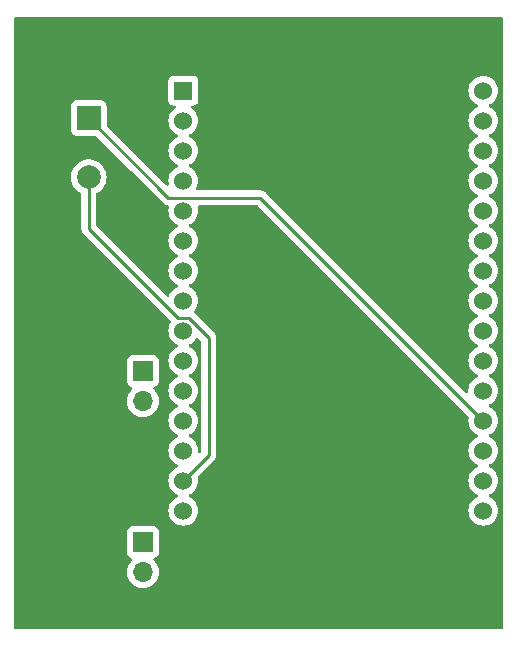
<source format=gbr>
%TF.GenerationSoftware,KiCad,Pcbnew,7.0.6-0*%
%TF.CreationDate,2023-10-04T12:05:51+01:00*%
%TF.ProjectId,NostrZapLamp,4e6f7374-725a-4617-904c-616d702e6b69,rev?*%
%TF.SameCoordinates,Original*%
%TF.FileFunction,Copper,L1,Top*%
%TF.FilePolarity,Positive*%
%FSLAX46Y46*%
G04 Gerber Fmt 4.6, Leading zero omitted, Abs format (unit mm)*
G04 Created by KiCad (PCBNEW 7.0.6-0) date 2023-10-04 12:05:51*
%MOMM*%
%LPD*%
G01*
G04 APERTURE LIST*
%TA.AperFunction,ComponentPad*%
%ADD10R,1.700000X1.700000*%
%TD*%
%TA.AperFunction,ComponentPad*%
%ADD11O,1.700000X1.700000*%
%TD*%
%TA.AperFunction,ComponentPad*%
%ADD12R,2.000000X2.000000*%
%TD*%
%TA.AperFunction,ComponentPad*%
%ADD13C,2.000000*%
%TD*%
%TA.AperFunction,ComponentPad*%
%ADD14R,1.524000X1.524000*%
%TD*%
%TA.AperFunction,ComponentPad*%
%ADD15C,1.524000*%
%TD*%
%TA.AperFunction,Conductor*%
%ADD16C,0.250000*%
%TD*%
G04 APERTURE END LIST*
D10*
%TO.P,J1,1,Pin_1*%
%TO.N,Net-(J1-Pin_1)*%
X119634000Y-113797000D03*
D11*
%TO.P,J1,2,Pin_2*%
%TO.N,Net-(BZ1-+)*%
X119634000Y-116337000D03*
%TD*%
D10*
%TO.P,J2,1,Pin_1*%
%TO.N,Net-(J2-Pin_1)*%
X119634000Y-99314000D03*
D11*
%TO.P,J2,2,Pin_2*%
%TO.N,Net-(J2-Pin_2)*%
X119634000Y-101854000D03*
%TD*%
D12*
%TO.P,BZ1,1,-*%
%TO.N,Net-(BZ1--)*%
X115062000Y-77893216D03*
D13*
%TO.P,BZ1,2,+*%
%TO.N,Net-(BZ1-+)*%
X115062000Y-82893216D03*
%TD*%
D14*
%TO.P,U1,1,EN*%
%TO.N,unconnected-(U1-EN-Pad1)*%
X123063000Y-75565000D03*
D15*
%TO.P,U1,2,SENSOR_VP*%
%TO.N,unconnected-(U1-SENSOR_VP-Pad2)*%
X123063000Y-78105000D03*
%TO.P,U1,3,SENSOR_VN*%
%TO.N,unconnected-(U1-SENSOR_VN-Pad3)*%
X123063000Y-80645000D03*
%TO.P,U1,4,IO34*%
%TO.N,unconnected-(U1-IO34-Pad4)*%
X123063000Y-83185000D03*
%TO.P,U1,5,IO35*%
%TO.N,unconnected-(U1-IO35-Pad5)*%
X123063000Y-85725000D03*
%TO.P,U1,6,IO32*%
%TO.N,unconnected-(U1-IO32-Pad6)*%
X123063000Y-88265000D03*
%TO.P,U1,7,IO33*%
%TO.N,unconnected-(U1-IO33-Pad7)*%
X123063000Y-90805000D03*
%TO.P,U1,8,IO25*%
%TO.N,unconnected-(U1-IO25-Pad8)*%
X123063000Y-93345000D03*
%TO.P,U1,9,IO26*%
%TO.N,unconnected-(U1-IO26-Pad9)*%
X123063000Y-95885000D03*
%TO.P,U1,10,IO27*%
%TO.N,unconnected-(U1-IO27-Pad10)*%
X123063000Y-98425000D03*
%TO.P,U1,11,IO14*%
%TO.N,unconnected-(U1-IO14-Pad11)*%
X123063000Y-100965000D03*
%TO.P,U1,12,IO12*%
%TO.N,unconnected-(U1-IO12-Pad12)*%
X123063000Y-103505000D03*
%TO.P,U1,13,IO13*%
%TO.N,Net-(J1-Pin_1)*%
X123063000Y-106045000D03*
%TO.P,U1,14,GND*%
%TO.N,Net-(BZ1-+)*%
X123063000Y-108585000D03*
%TO.P,U1,15,VIN*%
%TO.N,unconnected-(U1-VIN-Pad15)*%
X123063000Y-111125000D03*
%TO.P,U1,16,3V3*%
%TO.N,unconnected-(U1-3V3-Pad16)*%
X148463000Y-111125000D03*
%TO.P,U1,17,GND*%
%TO.N,Net-(J2-Pin_2)*%
X148463000Y-108585000D03*
%TO.P,U1,18,IO15*%
%TO.N,unconnected-(U1-IO15-Pad18)*%
X148463000Y-106045000D03*
%TO.P,U1,19,IO2*%
%TO.N,Net-(BZ1--)*%
X148463000Y-103505000D03*
%TO.P,U1,20,IO4*%
%TO.N,Net-(J2-Pin_1)*%
X148463000Y-100965000D03*
%TO.P,U1,21,IO16*%
%TO.N,unconnected-(U1-IO16-Pad21)*%
X148463000Y-98425000D03*
%TO.P,U1,22,IO17*%
%TO.N,unconnected-(U1-IO17-Pad22)*%
X148463000Y-95885000D03*
%TO.P,U1,23,IO5*%
%TO.N,unconnected-(U1-IO5-Pad23)*%
X148463000Y-93345000D03*
%TO.P,U1,24,IO18*%
%TO.N,unconnected-(U1-IO18-Pad24)*%
X148463000Y-90805000D03*
%TO.P,U1,25,IO19*%
%TO.N,unconnected-(U1-IO19-Pad25)*%
X148463000Y-88265000D03*
%TO.P,U1,26,IO21*%
%TO.N,unconnected-(U1-IO21-Pad26)*%
X148463000Y-85725000D03*
%TO.P,U1,27,RXD0/IO3*%
%TO.N,unconnected-(U1-RXD0{slash}IO3-Pad27)*%
X148463000Y-83185000D03*
%TO.P,U1,28,TXD0/IO1*%
%TO.N,unconnected-(U1-TXD0{slash}IO1-Pad28)*%
X148463000Y-80645000D03*
%TO.P,U1,29,IO22*%
%TO.N,unconnected-(U1-IO22-Pad29)*%
X148463000Y-78105000D03*
%TO.P,U1,30,IO23*%
%TO.N,unconnected-(U1-IO23-Pad30)*%
X148463000Y-75565000D03*
%TD*%
D16*
%TO.N,Net-(BZ1--)*%
X121806784Y-84638000D02*
X129596000Y-84638000D01*
X115062000Y-77893216D02*
X121806784Y-84638000D01*
X129596000Y-84638000D02*
X148463000Y-103505000D01*
%TO.N,Net-(BZ1-+)*%
X125222000Y-106426000D02*
X123063000Y-108585000D01*
X115062000Y-82893216D02*
X115062000Y-87247251D01*
X123513251Y-94798000D02*
X125222000Y-96506749D01*
X115062000Y-87247251D02*
X122612749Y-94798000D01*
X125222000Y-96506749D02*
X125222000Y-106426000D01*
X122612749Y-94798000D02*
X123513251Y-94798000D01*
%TD*%
%TA.AperFunction,NonConductor*%
G36*
X150057039Y-69361685D02*
G01*
X150102794Y-69414489D01*
X150114000Y-69466000D01*
X150114000Y-121034000D01*
X150094315Y-121101039D01*
X150041511Y-121146794D01*
X149990000Y-121158000D01*
X108836000Y-121158000D01*
X108768961Y-121138315D01*
X108723206Y-121085511D01*
X108712000Y-121034000D01*
X108712000Y-116337000D01*
X118278341Y-116337000D01*
X118298936Y-116572403D01*
X118298938Y-116572413D01*
X118360094Y-116800655D01*
X118360096Y-116800659D01*
X118360097Y-116800663D01*
X118459964Y-117014830D01*
X118459965Y-117014830D01*
X118459967Y-117014834D01*
X118568281Y-117169521D01*
X118595505Y-117208401D01*
X118762599Y-117375495D01*
X118859384Y-117443265D01*
X118956165Y-117511032D01*
X118956167Y-117511033D01*
X118956170Y-117511035D01*
X119170337Y-117610903D01*
X119398592Y-117672063D01*
X119586918Y-117688539D01*
X119633999Y-117692659D01*
X119634000Y-117692659D01*
X119634001Y-117692659D01*
X119673234Y-117689226D01*
X119869408Y-117672063D01*
X120097663Y-117610903D01*
X120311830Y-117511035D01*
X120505401Y-117375495D01*
X120672495Y-117208401D01*
X120808035Y-117014830D01*
X120907903Y-116800663D01*
X120969063Y-116572408D01*
X120989659Y-116337000D01*
X120969063Y-116101592D01*
X120907903Y-115873337D01*
X120808035Y-115659171D01*
X120672495Y-115465599D01*
X120550567Y-115343671D01*
X120517084Y-115282351D01*
X120522068Y-115212659D01*
X120563939Y-115156725D01*
X120594915Y-115139810D01*
X120726331Y-115090796D01*
X120841546Y-115004546D01*
X120927796Y-114889331D01*
X120978091Y-114754483D01*
X120984500Y-114694873D01*
X120984499Y-112899128D01*
X120978091Y-112839517D01*
X120927796Y-112704669D01*
X120927795Y-112704668D01*
X120927793Y-112704664D01*
X120841547Y-112589455D01*
X120841544Y-112589452D01*
X120726335Y-112503206D01*
X120726328Y-112503202D01*
X120591482Y-112452908D01*
X120591483Y-112452908D01*
X120531883Y-112446501D01*
X120531881Y-112446500D01*
X120531873Y-112446500D01*
X120531864Y-112446500D01*
X118736129Y-112446500D01*
X118736123Y-112446501D01*
X118676516Y-112452908D01*
X118541671Y-112503202D01*
X118541664Y-112503206D01*
X118426455Y-112589452D01*
X118426452Y-112589455D01*
X118340206Y-112704664D01*
X118340202Y-112704671D01*
X118289908Y-112839517D01*
X118283501Y-112899116D01*
X118283501Y-112899123D01*
X118283500Y-112899135D01*
X118283500Y-114694870D01*
X118283501Y-114694876D01*
X118289908Y-114754483D01*
X118340202Y-114889328D01*
X118340206Y-114889335D01*
X118426452Y-115004544D01*
X118426455Y-115004547D01*
X118541664Y-115090793D01*
X118541671Y-115090797D01*
X118673081Y-115139810D01*
X118729015Y-115181681D01*
X118753432Y-115247145D01*
X118738580Y-115315418D01*
X118717430Y-115343673D01*
X118595503Y-115465600D01*
X118459965Y-115659169D01*
X118459964Y-115659171D01*
X118360098Y-115873335D01*
X118360094Y-115873344D01*
X118298938Y-116101586D01*
X118298936Y-116101596D01*
X118278341Y-116336999D01*
X118278341Y-116337000D01*
X108712000Y-116337000D01*
X108712000Y-101854000D01*
X118278341Y-101854000D01*
X118298936Y-102089403D01*
X118298938Y-102089413D01*
X118360094Y-102317655D01*
X118360096Y-102317659D01*
X118360097Y-102317663D01*
X118401973Y-102407466D01*
X118459965Y-102531830D01*
X118459967Y-102531834D01*
X118568281Y-102686521D01*
X118595505Y-102725401D01*
X118762599Y-102892495D01*
X118859384Y-102960265D01*
X118956165Y-103028032D01*
X118956167Y-103028033D01*
X118956170Y-103028035D01*
X119170337Y-103127903D01*
X119398592Y-103189063D01*
X119586918Y-103205539D01*
X119633999Y-103209659D01*
X119634000Y-103209659D01*
X119634001Y-103209659D01*
X119673234Y-103206226D01*
X119869408Y-103189063D01*
X120097663Y-103127903D01*
X120311830Y-103028035D01*
X120505401Y-102892495D01*
X120672495Y-102725401D01*
X120808035Y-102531830D01*
X120907903Y-102317663D01*
X120969063Y-102089408D01*
X120989659Y-101854000D01*
X120969063Y-101618592D01*
X120907903Y-101390337D01*
X120808035Y-101176171D01*
X120798213Y-101162144D01*
X120672496Y-100982600D01*
X120654893Y-100964997D01*
X120550567Y-100860671D01*
X120517084Y-100799351D01*
X120522068Y-100729659D01*
X120563939Y-100673725D01*
X120594915Y-100656810D01*
X120726331Y-100607796D01*
X120841546Y-100521546D01*
X120927796Y-100406331D01*
X120978091Y-100271483D01*
X120984500Y-100211873D01*
X120984499Y-98416128D01*
X120978091Y-98356517D01*
X120927796Y-98221669D01*
X120927795Y-98221668D01*
X120927793Y-98221664D01*
X120841547Y-98106455D01*
X120841544Y-98106452D01*
X120726335Y-98020206D01*
X120726328Y-98020202D01*
X120591482Y-97969908D01*
X120591483Y-97969908D01*
X120531883Y-97963501D01*
X120531881Y-97963500D01*
X120531873Y-97963500D01*
X120531864Y-97963500D01*
X118736129Y-97963500D01*
X118736123Y-97963501D01*
X118676516Y-97969908D01*
X118541671Y-98020202D01*
X118541664Y-98020206D01*
X118426455Y-98106452D01*
X118426452Y-98106455D01*
X118340206Y-98221664D01*
X118340202Y-98221671D01*
X118289908Y-98356517D01*
X118283501Y-98416116D01*
X118283501Y-98416123D01*
X118283500Y-98416135D01*
X118283500Y-100211870D01*
X118283501Y-100211876D01*
X118289908Y-100271483D01*
X118340202Y-100406328D01*
X118340206Y-100406335D01*
X118426452Y-100521544D01*
X118426455Y-100521547D01*
X118541664Y-100607793D01*
X118541671Y-100607797D01*
X118673081Y-100656810D01*
X118729015Y-100698681D01*
X118753432Y-100764145D01*
X118738580Y-100832418D01*
X118717430Y-100860673D01*
X118595503Y-100982600D01*
X118459965Y-101176169D01*
X118459964Y-101176171D01*
X118360098Y-101390335D01*
X118360094Y-101390344D01*
X118298938Y-101618586D01*
X118298936Y-101618596D01*
X118278341Y-101853999D01*
X118278341Y-101854000D01*
X108712000Y-101854000D01*
X108712000Y-82893221D01*
X113556357Y-82893221D01*
X113576890Y-83141028D01*
X113576892Y-83141040D01*
X113637936Y-83382097D01*
X113737826Y-83609822D01*
X113873833Y-83817998D01*
X113873836Y-83818001D01*
X114042256Y-84000954D01*
X114238491Y-84153690D01*
X114371517Y-84225680D01*
X114421107Y-84274900D01*
X114436499Y-84334735D01*
X114436499Y-87164506D01*
X114434776Y-87180123D01*
X114435061Y-87180150D01*
X114434326Y-87187916D01*
X114436500Y-87257065D01*
X114436500Y-87286594D01*
X114436501Y-87286611D01*
X114437368Y-87293482D01*
X114437826Y-87299301D01*
X114439290Y-87345875D01*
X114439291Y-87345878D01*
X114444880Y-87365118D01*
X114448824Y-87384162D01*
X114451336Y-87404042D01*
X114468490Y-87447370D01*
X114470382Y-87452898D01*
X114483381Y-87497639D01*
X114493580Y-87514885D01*
X114502138Y-87532354D01*
X114509514Y-87550983D01*
X114536898Y-87588674D01*
X114540106Y-87593558D01*
X114563827Y-87633667D01*
X114563833Y-87633675D01*
X114577990Y-87647831D01*
X114590628Y-87662627D01*
X114602405Y-87678837D01*
X114602406Y-87678838D01*
X114638309Y-87708539D01*
X114642620Y-87712461D01*
X118368821Y-91438662D01*
X121980862Y-95050703D01*
X122014347Y-95112026D01*
X122009363Y-95181718D01*
X121994756Y-95209507D01*
X121965468Y-95251335D01*
X121872107Y-95451548D01*
X121872104Y-95451554D01*
X121814930Y-95664929D01*
X121814929Y-95664937D01*
X121795677Y-95884997D01*
X121795677Y-95885002D01*
X121814929Y-96105062D01*
X121814930Y-96105070D01*
X121872104Y-96318445D01*
X121872105Y-96318447D01*
X121872106Y-96318450D01*
X121937001Y-96457618D01*
X121965466Y-96518662D01*
X121965468Y-96518666D01*
X122092170Y-96699615D01*
X122092175Y-96699621D01*
X122248378Y-96855824D01*
X122248384Y-96855829D01*
X122429333Y-96982531D01*
X122429335Y-96982532D01*
X122429338Y-96982534D01*
X122548748Y-97038215D01*
X122558189Y-97042618D01*
X122610628Y-97088790D01*
X122629780Y-97155984D01*
X122609564Y-97222865D01*
X122558189Y-97267382D01*
X122429340Y-97327465D01*
X122429338Y-97327466D01*
X122248377Y-97454175D01*
X122092175Y-97610377D01*
X121965466Y-97791338D01*
X121965465Y-97791340D01*
X121872107Y-97991548D01*
X121872104Y-97991554D01*
X121814930Y-98204929D01*
X121814929Y-98204937D01*
X121795677Y-98424997D01*
X121795677Y-98425002D01*
X121814929Y-98645062D01*
X121814930Y-98645070D01*
X121872104Y-98858445D01*
X121872105Y-98858447D01*
X121872106Y-98858450D01*
X121965465Y-99058662D01*
X121965466Y-99058662D01*
X121965468Y-99058666D01*
X122092170Y-99239615D01*
X122092175Y-99239621D01*
X122248378Y-99395824D01*
X122248384Y-99395829D01*
X122429333Y-99522531D01*
X122429335Y-99522532D01*
X122429338Y-99522534D01*
X122548748Y-99578215D01*
X122558189Y-99582618D01*
X122610628Y-99628790D01*
X122629780Y-99695984D01*
X122609564Y-99762865D01*
X122558189Y-99807382D01*
X122429340Y-99867465D01*
X122429338Y-99867466D01*
X122248377Y-99994175D01*
X122092175Y-100150377D01*
X121965466Y-100331338D01*
X121965465Y-100331340D01*
X121882572Y-100509103D01*
X121876771Y-100521547D01*
X121872107Y-100531548D01*
X121872104Y-100531554D01*
X121814930Y-100744929D01*
X121814929Y-100744937D01*
X121795677Y-100964997D01*
X121795677Y-100965002D01*
X121814929Y-101185062D01*
X121814930Y-101185070D01*
X121872104Y-101398445D01*
X121872105Y-101398447D01*
X121872106Y-101398450D01*
X121965465Y-101598662D01*
X121965466Y-101598662D01*
X121965468Y-101598666D01*
X122092170Y-101779615D01*
X122092175Y-101779621D01*
X122248378Y-101935824D01*
X122248384Y-101935829D01*
X122429333Y-102062531D01*
X122429335Y-102062532D01*
X122429338Y-102062534D01*
X122548748Y-102118215D01*
X122558189Y-102122618D01*
X122610628Y-102168790D01*
X122629780Y-102235984D01*
X122609564Y-102302865D01*
X122558189Y-102347382D01*
X122429340Y-102407465D01*
X122429338Y-102407466D01*
X122248377Y-102534175D01*
X122092175Y-102690377D01*
X121965466Y-102871338D01*
X121965465Y-102871340D01*
X121872107Y-103071548D01*
X121872104Y-103071554D01*
X121814930Y-103284929D01*
X121814929Y-103284937D01*
X121795677Y-103504997D01*
X121795677Y-103505002D01*
X121814929Y-103725062D01*
X121814930Y-103725070D01*
X121872104Y-103938445D01*
X121872105Y-103938447D01*
X121872106Y-103938450D01*
X121965465Y-104138662D01*
X121965466Y-104138662D01*
X121965468Y-104138666D01*
X122092170Y-104319615D01*
X122092175Y-104319621D01*
X122248378Y-104475824D01*
X122248384Y-104475829D01*
X122429333Y-104602531D01*
X122429335Y-104602532D01*
X122429338Y-104602534D01*
X122548748Y-104658215D01*
X122558189Y-104662618D01*
X122610628Y-104708790D01*
X122629780Y-104775984D01*
X122609564Y-104842865D01*
X122558189Y-104887382D01*
X122429340Y-104947465D01*
X122429338Y-104947466D01*
X122248377Y-105074175D01*
X122092175Y-105230377D01*
X121965466Y-105411338D01*
X121965465Y-105411340D01*
X121872107Y-105611548D01*
X121872104Y-105611554D01*
X121814930Y-105824929D01*
X121814929Y-105824937D01*
X121795677Y-106044997D01*
X121795677Y-106045002D01*
X121814929Y-106265062D01*
X121814930Y-106265070D01*
X121872104Y-106478445D01*
X121872105Y-106478447D01*
X121872106Y-106478450D01*
X121965465Y-106678661D01*
X121965466Y-106678662D01*
X121965468Y-106678666D01*
X122092170Y-106859615D01*
X122092175Y-106859621D01*
X122248378Y-107015824D01*
X122248384Y-107015829D01*
X122429333Y-107142531D01*
X122429335Y-107142532D01*
X122429338Y-107142534D01*
X122548748Y-107198215D01*
X122558189Y-107202618D01*
X122610628Y-107248790D01*
X122629780Y-107315984D01*
X122609564Y-107382865D01*
X122558189Y-107427382D01*
X122429340Y-107487465D01*
X122429338Y-107487466D01*
X122248377Y-107614175D01*
X122092175Y-107770377D01*
X121965466Y-107951338D01*
X121965465Y-107951340D01*
X121872107Y-108151548D01*
X121872104Y-108151554D01*
X121814930Y-108364929D01*
X121814929Y-108364937D01*
X121795677Y-108584997D01*
X121795677Y-108585002D01*
X121814929Y-108805062D01*
X121814930Y-108805070D01*
X121872104Y-109018445D01*
X121872105Y-109018447D01*
X121872106Y-109018450D01*
X121965465Y-109218662D01*
X121965466Y-109218662D01*
X121965468Y-109218666D01*
X122092170Y-109399615D01*
X122092175Y-109399621D01*
X122248378Y-109555824D01*
X122248384Y-109555829D01*
X122429333Y-109682531D01*
X122429335Y-109682532D01*
X122429338Y-109682534D01*
X122548748Y-109738215D01*
X122558189Y-109742618D01*
X122610628Y-109788790D01*
X122629780Y-109855984D01*
X122609564Y-109922865D01*
X122558189Y-109967382D01*
X122429340Y-110027465D01*
X122429338Y-110027466D01*
X122248377Y-110154175D01*
X122092175Y-110310377D01*
X121965466Y-110491338D01*
X121965465Y-110491340D01*
X121872107Y-110691548D01*
X121872104Y-110691554D01*
X121814930Y-110904929D01*
X121814929Y-110904937D01*
X121795677Y-111124997D01*
X121795677Y-111125002D01*
X121814929Y-111345062D01*
X121814930Y-111345070D01*
X121872104Y-111558445D01*
X121872105Y-111558447D01*
X121872106Y-111558450D01*
X121965465Y-111758662D01*
X121965466Y-111758662D01*
X121965468Y-111758666D01*
X122092170Y-111939615D01*
X122092175Y-111939621D01*
X122248378Y-112095824D01*
X122248384Y-112095829D01*
X122429333Y-112222531D01*
X122429335Y-112222532D01*
X122429338Y-112222534D01*
X122629550Y-112315894D01*
X122842932Y-112373070D01*
X123000123Y-112386822D01*
X123062998Y-112392323D01*
X123063000Y-112392323D01*
X123063002Y-112392323D01*
X123118017Y-112387509D01*
X123283068Y-112373070D01*
X123496450Y-112315894D01*
X123696662Y-112222534D01*
X123877620Y-112095826D01*
X124033826Y-111939620D01*
X124160534Y-111758662D01*
X124253894Y-111558450D01*
X124311070Y-111345068D01*
X124330323Y-111125000D01*
X124311070Y-110904932D01*
X124253894Y-110691550D01*
X124160534Y-110491339D01*
X124033826Y-110310380D01*
X123877620Y-110154174D01*
X123877616Y-110154171D01*
X123877615Y-110154170D01*
X123696666Y-110027468D01*
X123696658Y-110027464D01*
X123567811Y-109967382D01*
X123515371Y-109921210D01*
X123496219Y-109854017D01*
X123516435Y-109787135D01*
X123567811Y-109742618D01*
X123573802Y-109739824D01*
X123696662Y-109682534D01*
X123877620Y-109555826D01*
X124033826Y-109399620D01*
X124160534Y-109218662D01*
X124253894Y-109018450D01*
X124311070Y-108805068D01*
X124330323Y-108585000D01*
X124311070Y-108364932D01*
X124299292Y-108320976D01*
X124300955Y-108251128D01*
X124331384Y-108201205D01*
X125605788Y-106926801D01*
X125618042Y-106916986D01*
X125617859Y-106916764D01*
X125623866Y-106911792D01*
X125623877Y-106911786D01*
X125654775Y-106878882D01*
X125671227Y-106861364D01*
X125681671Y-106850918D01*
X125692120Y-106840471D01*
X125696379Y-106834978D01*
X125700152Y-106830561D01*
X125732062Y-106796582D01*
X125741713Y-106779024D01*
X125752396Y-106762761D01*
X125764673Y-106746936D01*
X125783185Y-106704153D01*
X125785738Y-106698941D01*
X125808197Y-106658092D01*
X125813180Y-106638680D01*
X125819481Y-106620280D01*
X125827437Y-106601896D01*
X125834729Y-106555852D01*
X125835906Y-106550171D01*
X125847500Y-106505019D01*
X125847500Y-106484982D01*
X125849027Y-106465582D01*
X125852160Y-106445804D01*
X125847775Y-106399415D01*
X125847500Y-106393577D01*
X125847500Y-96589491D01*
X125849224Y-96573871D01*
X125848939Y-96573845D01*
X125849671Y-96566089D01*
X125849673Y-96566082D01*
X125847500Y-96496934D01*
X125847500Y-96467399D01*
X125846631Y-96460521D01*
X125846172Y-96454692D01*
X125844709Y-96408121D01*
X125839122Y-96388893D01*
X125835174Y-96369833D01*
X125832663Y-96349953D01*
X125815512Y-96306636D01*
X125813619Y-96301107D01*
X125800618Y-96256358D01*
X125800616Y-96256355D01*
X125790423Y-96239120D01*
X125781861Y-96221643D01*
X125774487Y-96203019D01*
X125774486Y-96203017D01*
X125747079Y-96165294D01*
X125743888Y-96160435D01*
X125720172Y-96120332D01*
X125720165Y-96120323D01*
X125706006Y-96106164D01*
X125693368Y-96091368D01*
X125681594Y-96075162D01*
X125645688Y-96045458D01*
X125641376Y-96041535D01*
X124014054Y-94414212D01*
X124004231Y-94401950D01*
X124004010Y-94402134D01*
X123999038Y-94396123D01*
X123988288Y-94386029D01*
X123952893Y-94325788D01*
X123955685Y-94255974D01*
X123985489Y-94207955D01*
X124033826Y-94159620D01*
X124160534Y-93978662D01*
X124253894Y-93778450D01*
X124311070Y-93565068D01*
X124330323Y-93345000D01*
X124311070Y-93124932D01*
X124253894Y-92911550D01*
X124160534Y-92711339D01*
X124033826Y-92530380D01*
X123877620Y-92374174D01*
X123877616Y-92374171D01*
X123877615Y-92374170D01*
X123696666Y-92247468D01*
X123696658Y-92247464D01*
X123567811Y-92187382D01*
X123515371Y-92141210D01*
X123496219Y-92074017D01*
X123516435Y-92007135D01*
X123567811Y-91962618D01*
X123573802Y-91959824D01*
X123696662Y-91902534D01*
X123877620Y-91775826D01*
X124033826Y-91619620D01*
X124160534Y-91438662D01*
X124253894Y-91238450D01*
X124311070Y-91025068D01*
X124330323Y-90805000D01*
X124311070Y-90584932D01*
X124253894Y-90371550D01*
X124160534Y-90171339D01*
X124033826Y-89990380D01*
X123877620Y-89834174D01*
X123877616Y-89834171D01*
X123877615Y-89834170D01*
X123696666Y-89707468D01*
X123696658Y-89707464D01*
X123567811Y-89647382D01*
X123515371Y-89601210D01*
X123496219Y-89534017D01*
X123516435Y-89467135D01*
X123567811Y-89422618D01*
X123573802Y-89419824D01*
X123696662Y-89362534D01*
X123877620Y-89235826D01*
X124033826Y-89079620D01*
X124160534Y-88898662D01*
X124253894Y-88698450D01*
X124311070Y-88485068D01*
X124330323Y-88265000D01*
X124311070Y-88044932D01*
X124253894Y-87831550D01*
X124160534Y-87631339D01*
X124033826Y-87450380D01*
X123877620Y-87294174D01*
X123877616Y-87294171D01*
X123877615Y-87294170D01*
X123696666Y-87167468D01*
X123696658Y-87167464D01*
X123567811Y-87107382D01*
X123515371Y-87061210D01*
X123496219Y-86994017D01*
X123516435Y-86927135D01*
X123567811Y-86882618D01*
X123573802Y-86879824D01*
X123696662Y-86822534D01*
X123877620Y-86695826D01*
X124033826Y-86539620D01*
X124160534Y-86358662D01*
X124253894Y-86158450D01*
X124311070Y-85945068D01*
X124330323Y-85725000D01*
X124311070Y-85504932D01*
X124288203Y-85419592D01*
X124289866Y-85349744D01*
X124329028Y-85291881D01*
X124393256Y-85264377D01*
X124407978Y-85263500D01*
X129285548Y-85263500D01*
X129352587Y-85283185D01*
X129373229Y-85299819D01*
X147194613Y-103121204D01*
X147228098Y-103182527D01*
X147226707Y-103240977D01*
X147214931Y-103284926D01*
X147214930Y-103284933D01*
X147195677Y-103504997D01*
X147195677Y-103505002D01*
X147214929Y-103725062D01*
X147214930Y-103725070D01*
X147272104Y-103938445D01*
X147272105Y-103938447D01*
X147272106Y-103938450D01*
X147365465Y-104138661D01*
X147365466Y-104138662D01*
X147365468Y-104138666D01*
X147492170Y-104319615D01*
X147492175Y-104319621D01*
X147648378Y-104475824D01*
X147648384Y-104475829D01*
X147829333Y-104602531D01*
X147829335Y-104602532D01*
X147829338Y-104602534D01*
X147948748Y-104658215D01*
X147958189Y-104662618D01*
X148010628Y-104708790D01*
X148029780Y-104775984D01*
X148009564Y-104842865D01*
X147958189Y-104887382D01*
X147829340Y-104947465D01*
X147829338Y-104947466D01*
X147648377Y-105074175D01*
X147492175Y-105230377D01*
X147365466Y-105411338D01*
X147365465Y-105411340D01*
X147272107Y-105611548D01*
X147272104Y-105611554D01*
X147214930Y-105824929D01*
X147214929Y-105824937D01*
X147195677Y-106044997D01*
X147195677Y-106045002D01*
X147214929Y-106265062D01*
X147214930Y-106265070D01*
X147272104Y-106478445D01*
X147272105Y-106478447D01*
X147272106Y-106478450D01*
X147365465Y-106678661D01*
X147365466Y-106678662D01*
X147365468Y-106678666D01*
X147492170Y-106859615D01*
X147492175Y-106859621D01*
X147648378Y-107015824D01*
X147648384Y-107015829D01*
X147829333Y-107142531D01*
X147829335Y-107142532D01*
X147829338Y-107142534D01*
X147948748Y-107198215D01*
X147958189Y-107202618D01*
X148010628Y-107248790D01*
X148029780Y-107315984D01*
X148009564Y-107382865D01*
X147958189Y-107427382D01*
X147829340Y-107487465D01*
X147829338Y-107487466D01*
X147648377Y-107614175D01*
X147492175Y-107770377D01*
X147365466Y-107951338D01*
X147365465Y-107951340D01*
X147272107Y-108151548D01*
X147272104Y-108151554D01*
X147214930Y-108364929D01*
X147214929Y-108364937D01*
X147195677Y-108584997D01*
X147195677Y-108585002D01*
X147214929Y-108805062D01*
X147214930Y-108805070D01*
X147272104Y-109018445D01*
X147272105Y-109018447D01*
X147272106Y-109018450D01*
X147365465Y-109218662D01*
X147365466Y-109218662D01*
X147365468Y-109218666D01*
X147492170Y-109399615D01*
X147492175Y-109399621D01*
X147648378Y-109555824D01*
X147648384Y-109555829D01*
X147829333Y-109682531D01*
X147829335Y-109682532D01*
X147829338Y-109682534D01*
X147948748Y-109738215D01*
X147958189Y-109742618D01*
X148010628Y-109788790D01*
X148029780Y-109855984D01*
X148009564Y-109922865D01*
X147958189Y-109967382D01*
X147829340Y-110027465D01*
X147829338Y-110027466D01*
X147648377Y-110154175D01*
X147492175Y-110310377D01*
X147365466Y-110491338D01*
X147365465Y-110491340D01*
X147272107Y-110691548D01*
X147272104Y-110691554D01*
X147214930Y-110904929D01*
X147214929Y-110904937D01*
X147195677Y-111124997D01*
X147195677Y-111125002D01*
X147214929Y-111345062D01*
X147214930Y-111345070D01*
X147272104Y-111558445D01*
X147272105Y-111558447D01*
X147272106Y-111558450D01*
X147365465Y-111758661D01*
X147365466Y-111758662D01*
X147365468Y-111758666D01*
X147492170Y-111939615D01*
X147492175Y-111939621D01*
X147648378Y-112095824D01*
X147648384Y-112095829D01*
X147829333Y-112222531D01*
X147829335Y-112222532D01*
X147829338Y-112222534D01*
X148029550Y-112315894D01*
X148242932Y-112373070D01*
X148400123Y-112386822D01*
X148462998Y-112392323D01*
X148463000Y-112392323D01*
X148463002Y-112392323D01*
X148518017Y-112387509D01*
X148683068Y-112373070D01*
X148896450Y-112315894D01*
X149096662Y-112222534D01*
X149277620Y-112095826D01*
X149433826Y-111939620D01*
X149560534Y-111758662D01*
X149653894Y-111558450D01*
X149711070Y-111345068D01*
X149730323Y-111125000D01*
X149711070Y-110904932D01*
X149653894Y-110691550D01*
X149560534Y-110491339D01*
X149433826Y-110310380D01*
X149277620Y-110154174D01*
X149277616Y-110154171D01*
X149277615Y-110154170D01*
X149096666Y-110027468D01*
X149096658Y-110027464D01*
X148967811Y-109967382D01*
X148915371Y-109921210D01*
X148896219Y-109854017D01*
X148916435Y-109787135D01*
X148967811Y-109742618D01*
X148973802Y-109739824D01*
X149096662Y-109682534D01*
X149277620Y-109555826D01*
X149433826Y-109399620D01*
X149560534Y-109218662D01*
X149653894Y-109018450D01*
X149711070Y-108805068D01*
X149730323Y-108585000D01*
X149711070Y-108364932D01*
X149653894Y-108151550D01*
X149560534Y-107951339D01*
X149433826Y-107770380D01*
X149277620Y-107614174D01*
X149277616Y-107614171D01*
X149277615Y-107614170D01*
X149096666Y-107487468D01*
X149096658Y-107487464D01*
X148967811Y-107427382D01*
X148915371Y-107381210D01*
X148896219Y-107314017D01*
X148916435Y-107247135D01*
X148967811Y-107202618D01*
X148973802Y-107199824D01*
X149096662Y-107142534D01*
X149277620Y-107015826D01*
X149433826Y-106859620D01*
X149560534Y-106678662D01*
X149653894Y-106478450D01*
X149711070Y-106265068D01*
X149730323Y-106045000D01*
X149711070Y-105824932D01*
X149653894Y-105611550D01*
X149560534Y-105411339D01*
X149433826Y-105230380D01*
X149277620Y-105074174D01*
X149277616Y-105074171D01*
X149277615Y-105074170D01*
X149096666Y-104947468D01*
X149096658Y-104947464D01*
X148967811Y-104887382D01*
X148915371Y-104841210D01*
X148896219Y-104774017D01*
X148916435Y-104707135D01*
X148967811Y-104662618D01*
X148973802Y-104659824D01*
X149096662Y-104602534D01*
X149277620Y-104475826D01*
X149433826Y-104319620D01*
X149560534Y-104138662D01*
X149653894Y-103938450D01*
X149711070Y-103725068D01*
X149730323Y-103505000D01*
X149711070Y-103284932D01*
X149653894Y-103071550D01*
X149560534Y-102871339D01*
X149433826Y-102690380D01*
X149277620Y-102534174D01*
X149277616Y-102534171D01*
X149277615Y-102534170D01*
X149096666Y-102407468D01*
X149096658Y-102407464D01*
X148967811Y-102347382D01*
X148915371Y-102301210D01*
X148896219Y-102234017D01*
X148916435Y-102167135D01*
X148967811Y-102122618D01*
X148973802Y-102119824D01*
X149096662Y-102062534D01*
X149277620Y-101935826D01*
X149433826Y-101779620D01*
X149560534Y-101598662D01*
X149653894Y-101398450D01*
X149711070Y-101185068D01*
X149730323Y-100965000D01*
X149711070Y-100744932D01*
X149653894Y-100531550D01*
X149560534Y-100331339D01*
X149476883Y-100211872D01*
X149433827Y-100150381D01*
X149433823Y-100150377D01*
X149277620Y-99994174D01*
X149277616Y-99994171D01*
X149277615Y-99994170D01*
X149096666Y-99867468D01*
X149096658Y-99867464D01*
X148967811Y-99807382D01*
X148915371Y-99761210D01*
X148896219Y-99694017D01*
X148916435Y-99627135D01*
X148967811Y-99582618D01*
X148973802Y-99579824D01*
X149096662Y-99522534D01*
X149277620Y-99395826D01*
X149433826Y-99239620D01*
X149560534Y-99058662D01*
X149653894Y-98858450D01*
X149711070Y-98645068D01*
X149730323Y-98425000D01*
X149729547Y-98416135D01*
X149712534Y-98221669D01*
X149711070Y-98204932D01*
X149653894Y-97991550D01*
X149560534Y-97791339D01*
X149433826Y-97610380D01*
X149277620Y-97454174D01*
X149277616Y-97454171D01*
X149277615Y-97454170D01*
X149096666Y-97327468D01*
X149096658Y-97327464D01*
X148967811Y-97267382D01*
X148915371Y-97221210D01*
X148896219Y-97154017D01*
X148916435Y-97087135D01*
X148967811Y-97042618D01*
X148973802Y-97039824D01*
X149096662Y-96982534D01*
X149277620Y-96855826D01*
X149433826Y-96699620D01*
X149560534Y-96518662D01*
X149653894Y-96318450D01*
X149711070Y-96105068D01*
X149730323Y-95885000D01*
X149711070Y-95664932D01*
X149653894Y-95451550D01*
X149560534Y-95251339D01*
X149433826Y-95070380D01*
X149277620Y-94914174D01*
X149277616Y-94914171D01*
X149277615Y-94914170D01*
X149096666Y-94787468D01*
X149096658Y-94787464D01*
X148967811Y-94727382D01*
X148915371Y-94681210D01*
X148896219Y-94614017D01*
X148916435Y-94547135D01*
X148967811Y-94502618D01*
X148973802Y-94499824D01*
X149096662Y-94442534D01*
X149277620Y-94315826D01*
X149433826Y-94159620D01*
X149560534Y-93978662D01*
X149653894Y-93778450D01*
X149711070Y-93565068D01*
X149730323Y-93345000D01*
X149711070Y-93124932D01*
X149653894Y-92911550D01*
X149560534Y-92711339D01*
X149433826Y-92530380D01*
X149277620Y-92374174D01*
X149277616Y-92374171D01*
X149277615Y-92374170D01*
X149096666Y-92247468D01*
X149096658Y-92247464D01*
X148967811Y-92187382D01*
X148915371Y-92141210D01*
X148896219Y-92074017D01*
X148916435Y-92007135D01*
X148967811Y-91962618D01*
X148973802Y-91959824D01*
X149096662Y-91902534D01*
X149277620Y-91775826D01*
X149433826Y-91619620D01*
X149560534Y-91438662D01*
X149653894Y-91238450D01*
X149711070Y-91025068D01*
X149730323Y-90805000D01*
X149711070Y-90584932D01*
X149653894Y-90371550D01*
X149560534Y-90171339D01*
X149433826Y-89990380D01*
X149277620Y-89834174D01*
X149277616Y-89834171D01*
X149277615Y-89834170D01*
X149096666Y-89707468D01*
X149096658Y-89707464D01*
X148967811Y-89647382D01*
X148915371Y-89601210D01*
X148896219Y-89534017D01*
X148916435Y-89467135D01*
X148967811Y-89422618D01*
X148973802Y-89419824D01*
X149096662Y-89362534D01*
X149277620Y-89235826D01*
X149433826Y-89079620D01*
X149560534Y-88898662D01*
X149653894Y-88698450D01*
X149711070Y-88485068D01*
X149730323Y-88265000D01*
X149711070Y-88044932D01*
X149653894Y-87831550D01*
X149560534Y-87631339D01*
X149433826Y-87450380D01*
X149277620Y-87294174D01*
X149277616Y-87294171D01*
X149277615Y-87294170D01*
X149096666Y-87167468D01*
X149096658Y-87167464D01*
X148967811Y-87107382D01*
X148915371Y-87061210D01*
X148896219Y-86994017D01*
X148916435Y-86927135D01*
X148967811Y-86882618D01*
X148973802Y-86879824D01*
X149096662Y-86822534D01*
X149277620Y-86695826D01*
X149433826Y-86539620D01*
X149560534Y-86358662D01*
X149653894Y-86158450D01*
X149711070Y-85945068D01*
X149730323Y-85725000D01*
X149711070Y-85504932D01*
X149653894Y-85291550D01*
X149560534Y-85091339D01*
X149433826Y-84910380D01*
X149277620Y-84754174D01*
X149277616Y-84754171D01*
X149277615Y-84754170D01*
X149096666Y-84627468D01*
X149096658Y-84627464D01*
X148967811Y-84567382D01*
X148915371Y-84521210D01*
X148896219Y-84454017D01*
X148916435Y-84387135D01*
X148967811Y-84342618D01*
X148984716Y-84334735D01*
X149096662Y-84282534D01*
X149277620Y-84155826D01*
X149433826Y-83999620D01*
X149560534Y-83818662D01*
X149653894Y-83618450D01*
X149711070Y-83405068D01*
X149730323Y-83185000D01*
X149711070Y-82964932D01*
X149653894Y-82751550D01*
X149560534Y-82551339D01*
X149497180Y-82460859D01*
X149433827Y-82370381D01*
X149433823Y-82370377D01*
X149277620Y-82214174D01*
X149277616Y-82214171D01*
X149277615Y-82214170D01*
X149096666Y-82087468D01*
X149096658Y-82087464D01*
X148967811Y-82027382D01*
X148915371Y-81981210D01*
X148896219Y-81914017D01*
X148916435Y-81847135D01*
X148967811Y-81802618D01*
X148973802Y-81799824D01*
X149096662Y-81742534D01*
X149277620Y-81615826D01*
X149433826Y-81459620D01*
X149560534Y-81278662D01*
X149653894Y-81078450D01*
X149711070Y-80865068D01*
X149730323Y-80645000D01*
X149711070Y-80424932D01*
X149653894Y-80211550D01*
X149560534Y-80011339D01*
X149433826Y-79830380D01*
X149277620Y-79674174D01*
X149277616Y-79674171D01*
X149277615Y-79674170D01*
X149096666Y-79547468D01*
X149096658Y-79547464D01*
X148967811Y-79487382D01*
X148915371Y-79441210D01*
X148896219Y-79374017D01*
X148916435Y-79307135D01*
X148967811Y-79262618D01*
X148993236Y-79250762D01*
X149096662Y-79202534D01*
X149277620Y-79075826D01*
X149433826Y-78919620D01*
X149560534Y-78738662D01*
X149653894Y-78538450D01*
X149711070Y-78325068D01*
X149730323Y-78105000D01*
X149711070Y-77884932D01*
X149653894Y-77671550D01*
X149560534Y-77471339D01*
X149433826Y-77290380D01*
X149277620Y-77134174D01*
X149277616Y-77134171D01*
X149277615Y-77134170D01*
X149096666Y-77007468D01*
X149096658Y-77007464D01*
X148967811Y-76947382D01*
X148915371Y-76901210D01*
X148896219Y-76834017D01*
X148916435Y-76767135D01*
X148967811Y-76722618D01*
X148973802Y-76719824D01*
X149096662Y-76662534D01*
X149277620Y-76535826D01*
X149433826Y-76379620D01*
X149560534Y-76198662D01*
X149653894Y-75998450D01*
X149711070Y-75785068D01*
X149730323Y-75565000D01*
X149711070Y-75344932D01*
X149653894Y-75131550D01*
X149560534Y-74931339D01*
X149497180Y-74840859D01*
X149433827Y-74750381D01*
X149378962Y-74695516D01*
X149277620Y-74594174D01*
X149277616Y-74594171D01*
X149277615Y-74594170D01*
X149096666Y-74467468D01*
X149096662Y-74467466D01*
X149049457Y-74445454D01*
X148896450Y-74374106D01*
X148896447Y-74374105D01*
X148896445Y-74374104D01*
X148683070Y-74316930D01*
X148683062Y-74316929D01*
X148463002Y-74297677D01*
X148462998Y-74297677D01*
X148242937Y-74316929D01*
X148242929Y-74316930D01*
X148029554Y-74374104D01*
X148029548Y-74374107D01*
X147829340Y-74467465D01*
X147829338Y-74467466D01*
X147648377Y-74594175D01*
X147492175Y-74750377D01*
X147365466Y-74931338D01*
X147365465Y-74931340D01*
X147272107Y-75131548D01*
X147272104Y-75131554D01*
X147214930Y-75344929D01*
X147214929Y-75344937D01*
X147195677Y-75564997D01*
X147195677Y-75565002D01*
X147214929Y-75785062D01*
X147214930Y-75785070D01*
X147272104Y-75998445D01*
X147272105Y-75998447D01*
X147272106Y-75998450D01*
X147365465Y-76198661D01*
X147365466Y-76198662D01*
X147365468Y-76198666D01*
X147492170Y-76379615D01*
X147492175Y-76379621D01*
X147648378Y-76535824D01*
X147648384Y-76535829D01*
X147829333Y-76662531D01*
X147829335Y-76662532D01*
X147829338Y-76662534D01*
X147948748Y-76718215D01*
X147958189Y-76722618D01*
X148010628Y-76768790D01*
X148029780Y-76835984D01*
X148009564Y-76902865D01*
X147958189Y-76947382D01*
X147829340Y-77007465D01*
X147829338Y-77007466D01*
X147648377Y-77134175D01*
X147492175Y-77290377D01*
X147365466Y-77471338D01*
X147365465Y-77471340D01*
X147272107Y-77671548D01*
X147272104Y-77671554D01*
X147214930Y-77884929D01*
X147214929Y-77884937D01*
X147195677Y-78104997D01*
X147195677Y-78105002D01*
X147214929Y-78325062D01*
X147214930Y-78325070D01*
X147272104Y-78538445D01*
X147272105Y-78538447D01*
X147272106Y-78538450D01*
X147275367Y-78545443D01*
X147365466Y-78738662D01*
X147365468Y-78738666D01*
X147492170Y-78919615D01*
X147492175Y-78919621D01*
X147648378Y-79075824D01*
X147648384Y-79075829D01*
X147829333Y-79202531D01*
X147829335Y-79202532D01*
X147829338Y-79202534D01*
X147932764Y-79250762D01*
X147958189Y-79262618D01*
X148010628Y-79308790D01*
X148029780Y-79375984D01*
X148009564Y-79442865D01*
X147958189Y-79487382D01*
X147829340Y-79547465D01*
X147829338Y-79547466D01*
X147648377Y-79674175D01*
X147492175Y-79830377D01*
X147365466Y-80011338D01*
X147365465Y-80011340D01*
X147272107Y-80211548D01*
X147272104Y-80211554D01*
X147214930Y-80424929D01*
X147214929Y-80424937D01*
X147195677Y-80644997D01*
X147195677Y-80645002D01*
X147214929Y-80865062D01*
X147214930Y-80865070D01*
X147272104Y-81078445D01*
X147272105Y-81078447D01*
X147272106Y-81078450D01*
X147365465Y-81278661D01*
X147365466Y-81278662D01*
X147365468Y-81278666D01*
X147492170Y-81459615D01*
X147492175Y-81459621D01*
X147648378Y-81615824D01*
X147648384Y-81615829D01*
X147829333Y-81742531D01*
X147829335Y-81742532D01*
X147829338Y-81742534D01*
X147921430Y-81785477D01*
X147958189Y-81802618D01*
X148010628Y-81848790D01*
X148029780Y-81915984D01*
X148009564Y-81982865D01*
X147958189Y-82027382D01*
X147829340Y-82087465D01*
X147829338Y-82087466D01*
X147648377Y-82214175D01*
X147492175Y-82370377D01*
X147365466Y-82551338D01*
X147365465Y-82551340D01*
X147272107Y-82751548D01*
X147272104Y-82751554D01*
X147214930Y-82964929D01*
X147214929Y-82964937D01*
X147195677Y-83184997D01*
X147195677Y-83185002D01*
X147214929Y-83405062D01*
X147214930Y-83405070D01*
X147272104Y-83618445D01*
X147272105Y-83618447D01*
X147272106Y-83618450D01*
X147365156Y-83817998D01*
X147365466Y-83818662D01*
X147365468Y-83818666D01*
X147492170Y-83999615D01*
X147492175Y-83999621D01*
X147648378Y-84155824D01*
X147648384Y-84155829D01*
X147829333Y-84282531D01*
X147829335Y-84282532D01*
X147829338Y-84282534D01*
X147941284Y-84334735D01*
X147958189Y-84342618D01*
X148010628Y-84388790D01*
X148029780Y-84455984D01*
X148009564Y-84522865D01*
X147958189Y-84567382D01*
X147829340Y-84627465D01*
X147829338Y-84627466D01*
X147648377Y-84754175D01*
X147492175Y-84910377D01*
X147365466Y-85091338D01*
X147365465Y-85091340D01*
X147272107Y-85291548D01*
X147272104Y-85291554D01*
X147214930Y-85504929D01*
X147214929Y-85504937D01*
X147195677Y-85724997D01*
X147195677Y-85725002D01*
X147214929Y-85945062D01*
X147214930Y-85945070D01*
X147272104Y-86158445D01*
X147272105Y-86158447D01*
X147272106Y-86158450D01*
X147365465Y-86358661D01*
X147365466Y-86358662D01*
X147365468Y-86358666D01*
X147492170Y-86539615D01*
X147492175Y-86539621D01*
X147648378Y-86695824D01*
X147648384Y-86695829D01*
X147829333Y-86822531D01*
X147829335Y-86822532D01*
X147829338Y-86822534D01*
X147948748Y-86878215D01*
X147958189Y-86882618D01*
X148010628Y-86928790D01*
X148029780Y-86995984D01*
X148009564Y-87062865D01*
X147958189Y-87107382D01*
X147829340Y-87167465D01*
X147829338Y-87167466D01*
X147648377Y-87294175D01*
X147492175Y-87450377D01*
X147365466Y-87631338D01*
X147365465Y-87631340D01*
X147272107Y-87831548D01*
X147272104Y-87831554D01*
X147214930Y-88044929D01*
X147214929Y-88044937D01*
X147195677Y-88264997D01*
X147195677Y-88265002D01*
X147214929Y-88485062D01*
X147214930Y-88485070D01*
X147272104Y-88698445D01*
X147272105Y-88698447D01*
X147272106Y-88698450D01*
X147365465Y-88898662D01*
X147365466Y-88898662D01*
X147365468Y-88898666D01*
X147492170Y-89079615D01*
X147492175Y-89079621D01*
X147648378Y-89235824D01*
X147648384Y-89235829D01*
X147829333Y-89362531D01*
X147829335Y-89362532D01*
X147829338Y-89362534D01*
X147948748Y-89418215D01*
X147958189Y-89422618D01*
X148010628Y-89468790D01*
X148029780Y-89535984D01*
X148009564Y-89602865D01*
X147958189Y-89647382D01*
X147829340Y-89707465D01*
X147829338Y-89707466D01*
X147648377Y-89834175D01*
X147492175Y-89990377D01*
X147365466Y-90171338D01*
X147365465Y-90171340D01*
X147272107Y-90371548D01*
X147272104Y-90371554D01*
X147214930Y-90584929D01*
X147214929Y-90584937D01*
X147195677Y-90804997D01*
X147195677Y-90805002D01*
X147214929Y-91025062D01*
X147214930Y-91025070D01*
X147272104Y-91238445D01*
X147272105Y-91238447D01*
X147272106Y-91238450D01*
X147365465Y-91438661D01*
X147365466Y-91438662D01*
X147365468Y-91438666D01*
X147492170Y-91619615D01*
X147492175Y-91619621D01*
X147648378Y-91775824D01*
X147648384Y-91775829D01*
X147829333Y-91902531D01*
X147829335Y-91902532D01*
X147829338Y-91902534D01*
X147948748Y-91958215D01*
X147958189Y-91962618D01*
X148010628Y-92008790D01*
X148029780Y-92075984D01*
X148009564Y-92142865D01*
X147958189Y-92187382D01*
X147829340Y-92247465D01*
X147829338Y-92247466D01*
X147648377Y-92374175D01*
X147492175Y-92530377D01*
X147365466Y-92711338D01*
X147365465Y-92711340D01*
X147272107Y-92911548D01*
X147272104Y-92911554D01*
X147214930Y-93124929D01*
X147214929Y-93124937D01*
X147195677Y-93344997D01*
X147195677Y-93345002D01*
X147214929Y-93565062D01*
X147214930Y-93565070D01*
X147272104Y-93778445D01*
X147272105Y-93778447D01*
X147272106Y-93778450D01*
X147365465Y-93978661D01*
X147365466Y-93978662D01*
X147365468Y-93978666D01*
X147492170Y-94159615D01*
X147492175Y-94159621D01*
X147648378Y-94315824D01*
X147648384Y-94315829D01*
X147829333Y-94442531D01*
X147829335Y-94442532D01*
X147829338Y-94442534D01*
X147948748Y-94498215D01*
X147958189Y-94502618D01*
X148010628Y-94548790D01*
X148029780Y-94615984D01*
X148009564Y-94682865D01*
X147958189Y-94727382D01*
X147829340Y-94787465D01*
X147829338Y-94787466D01*
X147648377Y-94914175D01*
X147492175Y-95070377D01*
X147365466Y-95251338D01*
X147365465Y-95251340D01*
X147272107Y-95451548D01*
X147272104Y-95451554D01*
X147214930Y-95664929D01*
X147214929Y-95664937D01*
X147195677Y-95884997D01*
X147195677Y-95885002D01*
X147214929Y-96105062D01*
X147214930Y-96105070D01*
X147272104Y-96318445D01*
X147272105Y-96318447D01*
X147272106Y-96318450D01*
X147337001Y-96457618D01*
X147365466Y-96518662D01*
X147365468Y-96518666D01*
X147492170Y-96699615D01*
X147492175Y-96699621D01*
X147648378Y-96855824D01*
X147648384Y-96855829D01*
X147829333Y-96982531D01*
X147829335Y-96982532D01*
X147829338Y-96982534D01*
X147948748Y-97038215D01*
X147958189Y-97042618D01*
X148010628Y-97088790D01*
X148029780Y-97155984D01*
X148009564Y-97222865D01*
X147958189Y-97267382D01*
X147829340Y-97327465D01*
X147829338Y-97327466D01*
X147648377Y-97454175D01*
X147492175Y-97610377D01*
X147365466Y-97791338D01*
X147365465Y-97791340D01*
X147272107Y-97991548D01*
X147272104Y-97991554D01*
X147214930Y-98204929D01*
X147214929Y-98204937D01*
X147195677Y-98424997D01*
X147195677Y-98425002D01*
X147214929Y-98645062D01*
X147214930Y-98645070D01*
X147272104Y-98858445D01*
X147272105Y-98858447D01*
X147272106Y-98858450D01*
X147365465Y-99058662D01*
X147365466Y-99058662D01*
X147365468Y-99058666D01*
X147492170Y-99239615D01*
X147492175Y-99239621D01*
X147648378Y-99395824D01*
X147648384Y-99395829D01*
X147829333Y-99522531D01*
X147829335Y-99522532D01*
X147829338Y-99522534D01*
X147948748Y-99578215D01*
X147958189Y-99582618D01*
X148010628Y-99628790D01*
X148029780Y-99695984D01*
X148009564Y-99762865D01*
X147958189Y-99807382D01*
X147829340Y-99867465D01*
X147829338Y-99867466D01*
X147648377Y-99994175D01*
X147492175Y-100150377D01*
X147365466Y-100331338D01*
X147365465Y-100331340D01*
X147282572Y-100509103D01*
X147276771Y-100521547D01*
X147272107Y-100531548D01*
X147272104Y-100531554D01*
X147214930Y-100744929D01*
X147214929Y-100744937D01*
X147195677Y-100964997D01*
X147195677Y-100965002D01*
X147203192Y-101050904D01*
X147189425Y-101119404D01*
X147140810Y-101169587D01*
X147072781Y-101185520D01*
X147006937Y-101162144D01*
X146991983Y-101149392D01*
X130096803Y-84254212D01*
X130086980Y-84241950D01*
X130086759Y-84242134D01*
X130081786Y-84236123D01*
X130070665Y-84225680D01*
X130031364Y-84188773D01*
X130020919Y-84178328D01*
X130010475Y-84167883D01*
X130004986Y-84163625D01*
X130000561Y-84159847D01*
X129966582Y-84127938D01*
X129966580Y-84127936D01*
X129966577Y-84127935D01*
X129949029Y-84118288D01*
X129932763Y-84107604D01*
X129916933Y-84095325D01*
X129874168Y-84076818D01*
X129868922Y-84074248D01*
X129828093Y-84051803D01*
X129828092Y-84051802D01*
X129808693Y-84046822D01*
X129790281Y-84040518D01*
X129771898Y-84032562D01*
X129771892Y-84032560D01*
X129725874Y-84025272D01*
X129720152Y-84024087D01*
X129675021Y-84012500D01*
X129675019Y-84012500D01*
X129654984Y-84012500D01*
X129635586Y-84010973D01*
X129628162Y-84009797D01*
X129615805Y-84007840D01*
X129615804Y-84007840D01*
X129569416Y-84012225D01*
X129563578Y-84012500D01*
X124263009Y-84012500D01*
X124195970Y-83992815D01*
X124150215Y-83940011D01*
X124140271Y-83870853D01*
X124158837Y-83823938D01*
X124157825Y-83823354D01*
X124160531Y-83818666D01*
X124160534Y-83818662D01*
X124253894Y-83618450D01*
X124311070Y-83405068D01*
X124330323Y-83185000D01*
X124311070Y-82964932D01*
X124253894Y-82751550D01*
X124160534Y-82551339D01*
X124097180Y-82460859D01*
X124033827Y-82370381D01*
X124033823Y-82370377D01*
X123877620Y-82214174D01*
X123877616Y-82214171D01*
X123877615Y-82214170D01*
X123696666Y-82087468D01*
X123696658Y-82087464D01*
X123567811Y-82027382D01*
X123515371Y-81981210D01*
X123496219Y-81914017D01*
X123516435Y-81847135D01*
X123567811Y-81802618D01*
X123573802Y-81799824D01*
X123696662Y-81742534D01*
X123877620Y-81615826D01*
X124033826Y-81459620D01*
X124160534Y-81278662D01*
X124253894Y-81078450D01*
X124311070Y-80865068D01*
X124330323Y-80645000D01*
X124311070Y-80424932D01*
X124253894Y-80211550D01*
X124160534Y-80011339D01*
X124033826Y-79830380D01*
X123877620Y-79674174D01*
X123877616Y-79674171D01*
X123877615Y-79674170D01*
X123696666Y-79547468D01*
X123696658Y-79547464D01*
X123567811Y-79487382D01*
X123515371Y-79441210D01*
X123496219Y-79374017D01*
X123516435Y-79307135D01*
X123567811Y-79262618D01*
X123593236Y-79250762D01*
X123696662Y-79202534D01*
X123877620Y-79075826D01*
X124033826Y-78919620D01*
X124160534Y-78738662D01*
X124253894Y-78538450D01*
X124311070Y-78325068D01*
X124330323Y-78105000D01*
X124311070Y-77884932D01*
X124253894Y-77671550D01*
X124160534Y-77471339D01*
X124033826Y-77290380D01*
X123877620Y-77134174D01*
X123877616Y-77134171D01*
X123877615Y-77134170D01*
X123761797Y-77053074D01*
X123718172Y-76998497D01*
X123710978Y-76928999D01*
X123742501Y-76866644D01*
X123802730Y-76831230D01*
X123832919Y-76827499D01*
X123872872Y-76827499D01*
X123932483Y-76821091D01*
X124067331Y-76770796D01*
X124182546Y-76684546D01*
X124268796Y-76569331D01*
X124319091Y-76434483D01*
X124325500Y-76374873D01*
X124325499Y-74755128D01*
X124319091Y-74695517D01*
X124268796Y-74560669D01*
X124268795Y-74560668D01*
X124268793Y-74560664D01*
X124182547Y-74445455D01*
X124182544Y-74445452D01*
X124067335Y-74359206D01*
X124067328Y-74359202D01*
X123932482Y-74308908D01*
X123932483Y-74308908D01*
X123872883Y-74302501D01*
X123872881Y-74302500D01*
X123872873Y-74302500D01*
X123872864Y-74302500D01*
X122253129Y-74302500D01*
X122253123Y-74302501D01*
X122193516Y-74308908D01*
X122058671Y-74359202D01*
X122058664Y-74359206D01*
X121943455Y-74445452D01*
X121943452Y-74445455D01*
X121857206Y-74560664D01*
X121857202Y-74560671D01*
X121806908Y-74695517D01*
X121801010Y-74750380D01*
X121800501Y-74755123D01*
X121800500Y-74755135D01*
X121800500Y-76374870D01*
X121800501Y-76374876D01*
X121806908Y-76434483D01*
X121857202Y-76569328D01*
X121857206Y-76569335D01*
X121943452Y-76684544D01*
X121943455Y-76684547D01*
X122058664Y-76770793D01*
X122058671Y-76770797D01*
X122193517Y-76821091D01*
X122193516Y-76821091D01*
X122200444Y-76821835D01*
X122253127Y-76827500D01*
X122293079Y-76827499D01*
X122360116Y-76847182D01*
X122405872Y-76899985D01*
X122415817Y-76969143D01*
X122386794Y-77032700D01*
X122364203Y-77053074D01*
X122248375Y-77134177D01*
X122092175Y-77290377D01*
X121965466Y-77471338D01*
X121965465Y-77471340D01*
X121872107Y-77671548D01*
X121872104Y-77671554D01*
X121814930Y-77884929D01*
X121814929Y-77884937D01*
X121795677Y-78104997D01*
X121795677Y-78105002D01*
X121814929Y-78325062D01*
X121814930Y-78325070D01*
X121872104Y-78538445D01*
X121872105Y-78538447D01*
X121872106Y-78538450D01*
X121875367Y-78545443D01*
X121965466Y-78738662D01*
X121965468Y-78738666D01*
X122092170Y-78919615D01*
X122092175Y-78919621D01*
X122248378Y-79075824D01*
X122248384Y-79075829D01*
X122429333Y-79202531D01*
X122429335Y-79202532D01*
X122429338Y-79202534D01*
X122532764Y-79250762D01*
X122558189Y-79262618D01*
X122610628Y-79308790D01*
X122629780Y-79375984D01*
X122609564Y-79442865D01*
X122558189Y-79487382D01*
X122429340Y-79547465D01*
X122429338Y-79547466D01*
X122248377Y-79674175D01*
X122092175Y-79830377D01*
X121965466Y-80011338D01*
X121965465Y-80011340D01*
X121872107Y-80211548D01*
X121872104Y-80211554D01*
X121814930Y-80424929D01*
X121814929Y-80424937D01*
X121795677Y-80644997D01*
X121795677Y-80645002D01*
X121814929Y-80865062D01*
X121814930Y-80865070D01*
X121872104Y-81078445D01*
X121872105Y-81078447D01*
X121872106Y-81078450D01*
X121965465Y-81278662D01*
X121965466Y-81278662D01*
X121965468Y-81278666D01*
X122092170Y-81459615D01*
X122092175Y-81459621D01*
X122248378Y-81615824D01*
X122248384Y-81615829D01*
X122429333Y-81742531D01*
X122429335Y-81742532D01*
X122429338Y-81742534D01*
X122521430Y-81785477D01*
X122558189Y-81802618D01*
X122610628Y-81848790D01*
X122629780Y-81915984D01*
X122609564Y-81982865D01*
X122558189Y-82027382D01*
X122429340Y-82087465D01*
X122429338Y-82087466D01*
X122248377Y-82214175D01*
X122092175Y-82370377D01*
X121965466Y-82551338D01*
X121965465Y-82551340D01*
X121872107Y-82751548D01*
X121872104Y-82751554D01*
X121814930Y-82964929D01*
X121814929Y-82964937D01*
X121795677Y-83184997D01*
X121795677Y-83185002D01*
X121814929Y-83405062D01*
X121814931Y-83405073D01*
X121825639Y-83445035D01*
X121823976Y-83514885D01*
X121784813Y-83572747D01*
X121720585Y-83600251D01*
X121651682Y-83588664D01*
X121618183Y-83564809D01*
X119131825Y-81078451D01*
X116598818Y-78545443D01*
X116565333Y-78484120D01*
X116562499Y-78457762D01*
X116562499Y-76845345D01*
X116562498Y-76845339D01*
X116562497Y-76845332D01*
X116556091Y-76785733D01*
X116550520Y-76770797D01*
X116505797Y-76650887D01*
X116505793Y-76650880D01*
X116419547Y-76535671D01*
X116419544Y-76535668D01*
X116304335Y-76449422D01*
X116304328Y-76449418D01*
X116169482Y-76399124D01*
X116169483Y-76399124D01*
X116109883Y-76392717D01*
X116109881Y-76392716D01*
X116109873Y-76392716D01*
X116109864Y-76392716D01*
X114014129Y-76392716D01*
X114014123Y-76392717D01*
X113954516Y-76399124D01*
X113819671Y-76449418D01*
X113819664Y-76449422D01*
X113704455Y-76535668D01*
X113704452Y-76535671D01*
X113618206Y-76650880D01*
X113618202Y-76650887D01*
X113567908Y-76785733D01*
X113562506Y-76835984D01*
X113561501Y-76845339D01*
X113561500Y-76845351D01*
X113561500Y-78941086D01*
X113561501Y-78941092D01*
X113567908Y-79000699D01*
X113618202Y-79135544D01*
X113618206Y-79135551D01*
X113704452Y-79250760D01*
X113704455Y-79250763D01*
X113819664Y-79337009D01*
X113819671Y-79337013D01*
X113954517Y-79387307D01*
X113954516Y-79387307D01*
X113961444Y-79388051D01*
X114014127Y-79393716D01*
X115626547Y-79393715D01*
X115693586Y-79413400D01*
X115714227Y-79430033D01*
X118654570Y-82370377D01*
X121305981Y-85021788D01*
X121315806Y-85034051D01*
X121316027Y-85033869D01*
X121320998Y-85039878D01*
X121347001Y-85064295D01*
X121371419Y-85087226D01*
X121392313Y-85108120D01*
X121397795Y-85112373D01*
X121402227Y-85116157D01*
X121436202Y-85148062D01*
X121453760Y-85157714D01*
X121470017Y-85168393D01*
X121485848Y-85180673D01*
X121505521Y-85189186D01*
X121528617Y-85199182D01*
X121533861Y-85201750D01*
X121574692Y-85224197D01*
X121587307Y-85227435D01*
X121594089Y-85229177D01*
X121612503Y-85235481D01*
X121630888Y-85243438D01*
X121676941Y-85250732D01*
X121682610Y-85251906D01*
X121727765Y-85263500D01*
X121727779Y-85263500D01*
X121733623Y-85264239D01*
X121797668Y-85292169D01*
X121836445Y-85350291D01*
X121837860Y-85419355D01*
X121814931Y-85504926D01*
X121814929Y-85504937D01*
X121795677Y-85724997D01*
X121795677Y-85725002D01*
X121814929Y-85945062D01*
X121814930Y-85945070D01*
X121872104Y-86158445D01*
X121872105Y-86158447D01*
X121872106Y-86158450D01*
X121965465Y-86358661D01*
X121965466Y-86358662D01*
X121965468Y-86358666D01*
X122092170Y-86539615D01*
X122092175Y-86539621D01*
X122248378Y-86695824D01*
X122248384Y-86695829D01*
X122429333Y-86822531D01*
X122429335Y-86822532D01*
X122429338Y-86822534D01*
X122548748Y-86878215D01*
X122558189Y-86882618D01*
X122610628Y-86928790D01*
X122629780Y-86995984D01*
X122609564Y-87062865D01*
X122558189Y-87107382D01*
X122429340Y-87167465D01*
X122429338Y-87167466D01*
X122248377Y-87294175D01*
X122092175Y-87450377D01*
X121965466Y-87631338D01*
X121965465Y-87631340D01*
X121872107Y-87831548D01*
X121872104Y-87831554D01*
X121814930Y-88044929D01*
X121814929Y-88044937D01*
X121795677Y-88264997D01*
X121795677Y-88265002D01*
X121814929Y-88485062D01*
X121814930Y-88485070D01*
X121872104Y-88698445D01*
X121872105Y-88698447D01*
X121872106Y-88698450D01*
X121965465Y-88898662D01*
X121965466Y-88898662D01*
X121965468Y-88898666D01*
X122092170Y-89079615D01*
X122092175Y-89079621D01*
X122248378Y-89235824D01*
X122248384Y-89235829D01*
X122429333Y-89362531D01*
X122429335Y-89362532D01*
X122429338Y-89362534D01*
X122548748Y-89418215D01*
X122558189Y-89422618D01*
X122610628Y-89468790D01*
X122629780Y-89535984D01*
X122609564Y-89602865D01*
X122558189Y-89647382D01*
X122429340Y-89707465D01*
X122429338Y-89707466D01*
X122248377Y-89834175D01*
X122092175Y-89990377D01*
X121965466Y-90171338D01*
X121965465Y-90171340D01*
X121872107Y-90371548D01*
X121872104Y-90371554D01*
X121814930Y-90584929D01*
X121814929Y-90584937D01*
X121795677Y-90804997D01*
X121795677Y-90805002D01*
X121814929Y-91025062D01*
X121814930Y-91025070D01*
X121872104Y-91238445D01*
X121872105Y-91238447D01*
X121872106Y-91238450D01*
X121965465Y-91438662D01*
X121965466Y-91438662D01*
X121965468Y-91438666D01*
X122092170Y-91619615D01*
X122092175Y-91619621D01*
X122248378Y-91775824D01*
X122248384Y-91775829D01*
X122429333Y-91902531D01*
X122429335Y-91902532D01*
X122429338Y-91902534D01*
X122548748Y-91958215D01*
X122558189Y-91962618D01*
X122610628Y-92008790D01*
X122629780Y-92075984D01*
X122609564Y-92142865D01*
X122558189Y-92187382D01*
X122429340Y-92247465D01*
X122429338Y-92247466D01*
X122248377Y-92374175D01*
X122092175Y-92530377D01*
X121965466Y-92711338D01*
X121965465Y-92711340D01*
X121872104Y-92911553D01*
X121870256Y-92916633D01*
X121868837Y-92916116D01*
X121836104Y-92969790D01*
X121773250Y-93000303D01*
X121703876Y-92991991D01*
X121665036Y-92965696D01*
X115723819Y-87024479D01*
X115690334Y-86963156D01*
X115687500Y-86936798D01*
X115687500Y-84334735D01*
X115707185Y-84267696D01*
X115752483Y-84225680D01*
X115820681Y-84188773D01*
X115885509Y-84153690D01*
X116081744Y-84000954D01*
X116250164Y-83818001D01*
X116386173Y-83609823D01*
X116486063Y-83382097D01*
X116547108Y-83141037D01*
X116561700Y-82964937D01*
X116567643Y-82893221D01*
X116567643Y-82893210D01*
X116547109Y-82645403D01*
X116547107Y-82645391D01*
X116486063Y-82404334D01*
X116386173Y-82176609D01*
X116250166Y-81968433D01*
X116221165Y-81936930D01*
X116081744Y-81785478D01*
X115885509Y-81632742D01*
X115885507Y-81632741D01*
X115885506Y-81632740D01*
X115666811Y-81514388D01*
X115666802Y-81514385D01*
X115431616Y-81433645D01*
X115186335Y-81392716D01*
X114937665Y-81392716D01*
X114692383Y-81433645D01*
X114457197Y-81514385D01*
X114457188Y-81514388D01*
X114238493Y-81632740D01*
X114042257Y-81785477D01*
X113873833Y-81968433D01*
X113737826Y-82176609D01*
X113637936Y-82404334D01*
X113576892Y-82645391D01*
X113576890Y-82645403D01*
X113556357Y-82893210D01*
X113556357Y-82893221D01*
X108712000Y-82893221D01*
X108712000Y-69466000D01*
X108731685Y-69398961D01*
X108784489Y-69353206D01*
X108836000Y-69342000D01*
X149990000Y-69342000D01*
X150057039Y-69361685D01*
G37*
%TD.AperFunction*%
%TA.AperFunction,NonConductor*%
G36*
X124339952Y-96509379D02*
G01*
X124342778Y-96512117D01*
X124560182Y-96729521D01*
X124593666Y-96790842D01*
X124596500Y-96817200D01*
X124596499Y-106115546D01*
X124576814Y-106182585D01*
X124560182Y-106203226D01*
X124534018Y-106229391D01*
X124472695Y-106262877D01*
X124403004Y-106257894D01*
X124347069Y-106216023D01*
X124322651Y-106150559D01*
X124322806Y-106130911D01*
X124330323Y-106045000D01*
X124311070Y-105824932D01*
X124253894Y-105611550D01*
X124160534Y-105411339D01*
X124033826Y-105230380D01*
X123877620Y-105074174D01*
X123877616Y-105074171D01*
X123877615Y-105074170D01*
X123696666Y-104947468D01*
X123696658Y-104947464D01*
X123567811Y-104887382D01*
X123515371Y-104841210D01*
X123496219Y-104774017D01*
X123516435Y-104707135D01*
X123567811Y-104662618D01*
X123573802Y-104659824D01*
X123696662Y-104602534D01*
X123877620Y-104475826D01*
X124033826Y-104319620D01*
X124160534Y-104138662D01*
X124253894Y-103938450D01*
X124311070Y-103725068D01*
X124330323Y-103505000D01*
X124311070Y-103284932D01*
X124253894Y-103071550D01*
X124160534Y-102871339D01*
X124033826Y-102690380D01*
X123877620Y-102534174D01*
X123877616Y-102534171D01*
X123877615Y-102534170D01*
X123696666Y-102407468D01*
X123696658Y-102407464D01*
X123567811Y-102347382D01*
X123515371Y-102301210D01*
X123496219Y-102234017D01*
X123516435Y-102167135D01*
X123567811Y-102122618D01*
X123573802Y-102119824D01*
X123696662Y-102062534D01*
X123877620Y-101935826D01*
X124033826Y-101779620D01*
X124160534Y-101598662D01*
X124253894Y-101398450D01*
X124311070Y-101185068D01*
X124330323Y-100965000D01*
X124311070Y-100744932D01*
X124253894Y-100531550D01*
X124160534Y-100331339D01*
X124076883Y-100211872D01*
X124033827Y-100150381D01*
X124033823Y-100150377D01*
X123877620Y-99994174D01*
X123877616Y-99994171D01*
X123877615Y-99994170D01*
X123696666Y-99867468D01*
X123696658Y-99867464D01*
X123567811Y-99807382D01*
X123515371Y-99761210D01*
X123496219Y-99694017D01*
X123516435Y-99627135D01*
X123567811Y-99582618D01*
X123573802Y-99579824D01*
X123696662Y-99522534D01*
X123877620Y-99395826D01*
X124033826Y-99239620D01*
X124160534Y-99058662D01*
X124253894Y-98858450D01*
X124311070Y-98645068D01*
X124330323Y-98425000D01*
X124329547Y-98416135D01*
X124312534Y-98221669D01*
X124311070Y-98204932D01*
X124253894Y-97991550D01*
X124160534Y-97791339D01*
X124033826Y-97610380D01*
X123877620Y-97454174D01*
X123877616Y-97454171D01*
X123877615Y-97454170D01*
X123696666Y-97327468D01*
X123696658Y-97327464D01*
X123567811Y-97267382D01*
X123515371Y-97221210D01*
X123496219Y-97154017D01*
X123516435Y-97087135D01*
X123567811Y-97042618D01*
X123573802Y-97039824D01*
X123696662Y-96982534D01*
X123877620Y-96855826D01*
X124033826Y-96699620D01*
X124153523Y-96528673D01*
X124208098Y-96485050D01*
X124277597Y-96477856D01*
X124339952Y-96509379D01*
G37*
%TD.AperFunction*%
M02*

</source>
